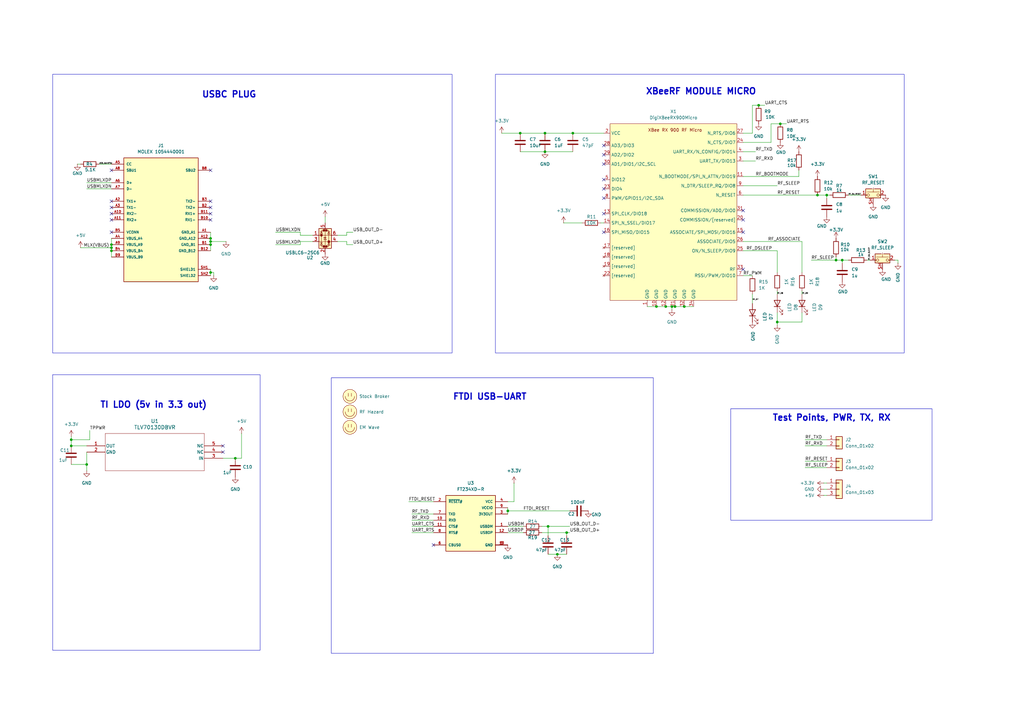
<source format=kicad_sch>
(kicad_sch (version 20250114) (generator "eeschema") (generator_version "9.0")
  (paper "A3")
  (lib_symbols
    (symbol "Connector_Generic:Conn_01x02" (pin_names (offset 1.016) (hide yes))
      (property "Reference" "J" (at 0 2.54 0))
      (property "Value" "Conn_01x02" (at 0 -5.08 0))
      (symbol "Conn_01x02_1_1"
        (rectangle (start -1.27 1.27) (end 1.27 -3.81) (stroke (width 0.254)) (fill (type background)))
        (rectangle (start -1.27 0.127) (end 0 -0.127) (stroke (width 0.1524)))
        (rectangle (start -1.27 -2.413) (end 0 -2.667) (stroke (width 0.1524)))
        (pin passive line (at -5.08 0 0) (length 3.81) (name "Pin_1") (number "1"))
        (pin passive line (at -5.08 -2.54 0) (length 3.81) (name "Pin_2") (number "2"))
      )
    )
    (symbol "Connector_Generic:Conn_01x03" (pin_names (offset 1.016) (hide yes))
      (property "Reference" "J" (at 0 5.08 0))
      (property "Value" "Conn_01x03" (at 0 -5.08 0))
      (symbol "Conn_01x03_1_1"
        (rectangle (start -1.27 3.81) (end 1.27 -3.81) (stroke (width 0.254)) (fill (type background)))
        (rectangle (start -1.27 2.667) (end 0 2.413) (stroke (width 0.1524)))
        (rectangle (start -1.27 0.127) (end 0 -0.127) (stroke (width 0.1524)))
        (rectangle (start -1.27 -2.413) (end 0 -2.667) (stroke (width 0.1524)))
        (pin passive line (at -5.08 2.54 0) (length 3.81) (name "Pin_1") (number "1"))
        (pin passive line (at -5.08 0 0) (length 3.81) (name "Pin_2") (number "2"))
        (pin passive line (at -5.08 -2.54 0) (length 3.81) (name "Pin_3") (number "3"))
      )
    )
    (symbol "Device:C" (pin_numbers (hide yes)) (pin_names (offset 0.254))
      (property "Reference" "C" (at 0.635 2.54 0))
      (property "Value" "C" (at 0.635 -2.54 0))
      (symbol "C_0_1"
        (polyline (pts (xy -2.032 0.762) (xy 2.032 0.762)) (stroke (width 0.508)))
        (polyline (pts (xy -2.032 -0.762) (xy 2.032 -0.762)) (stroke (width 0.508)))
      )
      (symbol "C_1_1"
        (pin passive line (at 0 3.81 270) (length 2.794) (name "~") (number "1"))
        (pin passive line (at 0 -3.81 90) (length 2.794) (name "~") (number "2"))
      )
    )
    (symbol "Device:LED" (pin_numbers (hide yes)) (pin_names (offset 1.016) (hide yes))
      (property "Reference" "D" (at 0 2.54 0))
      (property "Value" "LED" (at 0 -2.54 0))
      (symbol "LED_0_1"
        (polyline (pts (xy -3.048 -0.762) (xy -4.572 -2.286) (xy -3.81 -2.286) (xy -4.572 -2.286) (xy -4.572 -1.524)))
        (polyline (pts (xy -1.778 -0.762) (xy -3.302 -2.286) (xy -2.54 -2.286) (xy -3.302 -2.286) (xy -3.302 -1.524)))
        (polyline (pts (xy -1.27 0) (xy 1.27 0)))
        (polyline (pts (xy -1.27 -1.27) (xy -1.27 1.27)) (stroke (width 0.254)))
        (polyline (pts (xy 1.27 -1.27) (xy 1.27 1.27) (xy -1.27 0) (xy 1.27 -1.27)) (stroke (width 0.254)))
      )
      (symbol "LED_1_1"
        (pin passive line (at -3.81 0 0) (length 2.54) (name "K") (number "1"))
        (pin passive line (at 3.81 0 180) (length 2.54) (name "A") (number "2"))
      )
    )
    (symbol "Device:R" (pin_numbers (hide yes)) (pin_names (offset 0))
      (property "Reference" "R" (at 2.032 0 90))
      (property "Value" "R" (at 0 0 90))
      (symbol "R_0_1"
        (rectangle (start -1.016 -2.54) (end 1.016 2.54) (stroke (width 0.254)))
      )
      (symbol "R_1_1"
        (pin passive line (at 0 3.81 270) (length 1.27) (name "~") (number "1"))
        (pin passive line (at 0 -3.81 90) (length 1.27) (name "~") (number "2"))
      )
    )
    (symbol "FTDIBridge:FT234XD-R" (pin_names (offset 1.016))
      (property "Reference" "U" (at -10.16 13.97 0))
      (property "Value" "FT234XD-R" (at -10.16 -11.43 0))
      (symbol "FT234XD-R_0_0"
        (rectangle (start -10.16 -10.16) (end 10.16 12.7) (stroke (width 0.254)) (fill (type background)))
        (pin input line (at -15.24 10.16 0) (length 5.08) (name "~{RESET}#") (number "2"))
        (pin output line (at -15.24 5.08 0) (length 5.08) (name "TXD") (number "7"))
        (pin input line (at -15.24 2.54 0) (length 5.08) (name "RXD") (number "10"))
        (pin input line (at -15.24 0 0) (length 5.08) (name "CTS#") (number "11"))
        (pin output line (at -15.24 -2.54 0) (length 5.08) (name "RTS#") (number "8"))
        (pin bidirectional line (at -15.24 -7.62 0) (length 5.08) (name "CBUS0") (number "6"))
        (pin power_in line (at 15.24 10.16 180) (length 5.08) (name "VCC") (number "4"))
        (pin power_in line (at 15.24 7.62 180) (length 5.08) (name "VCCIO") (number "9"))
        (pin output line (at 15.24 5.08 180) (length 5.08) (name "3V3OUT") (number "3"))
        (pin bidirectional line (at 15.24 0 180) (length 5.08) (name "USBDM") (number "1"))
        (pin bidirectional line (at 15.24 -2.54 180) (length 5.08) (name "USBDP") (number "12"))
        (pin power_in line (at 15.24 -7.62 180) (length 5.08) (name "GND") (number "13"))
        (pin power_in line (at 15.24 -7.62 180) (length 5.08) (name "GND") (number "5"))
      )
    )
    (symbol "FinalLDO:TLV70130DBVR" (pin_names (offset 0.254))
      (property "Reference" "U" (at 27.94 10.16 0))
      (property "Value" "TLV70130DBVR" (at 27.94 7.62 0))
      (symbol "TLV70130DBVR_0_1"
        (polyline (pts (xy 7.62 5.08) (xy 7.62 -10.16)) (stroke (width 0.127)))
        (polyline (pts (xy 7.62 -10.16) (xy 48.26 -10.16)) (stroke (width 0.127)))
        (polyline (pts (xy 48.26 5.08) (xy 7.62 5.08)) (stroke (width 0.127)))
        (polyline (pts (xy 48.26 -10.16) (xy 48.26 5.08)) (stroke (width 0.127)))
        (pin output line (at 0 0 0) (length 7.62) (name "OUT") (number "1"))
        (pin power_in line (at 0 -2.54 0) (length 7.62) (name "GND") (number "2"))
        (pin unspecified line (at 55.88 0 180) (length 7.62) (name "NC") (number "5"))
        (pin unspecified line (at 55.88 -2.54 180) (length 7.62) (name "NC") (number "4"))
        (pin input line (at 55.88 -5.08 180) (length 7.62) (name "IN") (number "3"))
      )
    )
    (symbol "Molex USBC:1054440001" (pin_names (offset 1.016))
      (property "Reference" "J" (at -15.24 26.162 0))
      (property "Value" "1054440001" (at -15.24 -27.94 0))
      (symbol "1054440001_0_0"
        (rectangle (start -15.24 -25.4) (end 15.24 25.4) (stroke (width 0.254)) (fill (type background)))
        (pin bidirectional line (at -20.32 22.86 0) (length 5.08) (name "CC") (number "A5"))
        (pin bidirectional line (at -20.32 20.32 0) (length 5.08) (name "SBU1") (number "A8"))
        (pin bidirectional line (at -20.32 15.24 0) (length 5.08) (name "D+") (number "A6"))
        (pin bidirectional line (at -20.32 12.7 0) (length 5.08) (name "D-") (number "A7"))
        (pin bidirectional line (at -20.32 7.62 0) (length 5.08) (name "TX1+") (number "A2"))
        (pin bidirectional line (at -20.32 5.08 0) (length 5.08) (name "TX1-") (number "A3"))
        (pin bidirectional line (at -20.32 2.54 0) (length 5.08) (name "RX2-") (number "A10"))
        (pin bidirectional line (at -20.32 0 0) (length 5.08) (name "RX2+") (number "A11"))
        (pin power_in line (at -20.32 -5.08 0) (length 5.08) (name "VCONN") (number "B5"))
        (pin power_in line (at -20.32 -7.62 0) (length 5.08) (name "VBUS_A4") (number "A4"))
        (pin power_in line (at -20.32 -10.16 0) (length 5.08) (name "VBUS_A9") (number "A9"))
        (pin power_in line (at -20.32 -12.7 0) (length 5.08) (name "VBUS_B4") (number "B4"))
        (pin power_in line (at -20.32 -15.24 0) (length 5.08) (name "VBUS_B9") (number "B9"))
        (pin bidirectional line (at 20.32 20.32 180) (length 5.08) (name "SBU2") (number "B8"))
        (pin bidirectional line (at 20.32 7.62 180) (length 5.08) (name "TX2-") (number "B3"))
        (pin bidirectional line (at 20.32 5.08 180) (length 5.08) (name "TX2+") (number "B2"))
        (pin bidirectional line (at 20.32 2.54 180) (length 5.08) (name "RX1+") (number "B11"))
        (pin bidirectional line (at 20.32 0 180) (length 5.08) (name "RX1-") (number "B10"))
        (pin power_in line (at 20.32 -5.08 180) (length 5.08) (name "GND_A1") (number "A1"))
        (pin power_in line (at 20.32 -7.62 180) (length 5.08) (name "GND_A12") (number "A12"))
        (pin power_in line (at 20.32 -10.16 180) (length 5.08) (name "GND_B1") (number "B1"))
        (pin power_in line (at 20.32 -12.7 180) (length 5.08) (name "GND_B12") (number "B12"))
        (pin passive line (at 20.32 -20.32 180) (length 5.08) (name "SHIELD1") (number "SH1"))
        (pin passive line (at 20.32 -22.86 180) (length 5.08) (name "SHIELD2") (number "SH2"))
      )
    )
    (symbol "Power_Protection:USBLC6-2SC6" (pin_names (hide yes))
      (property "Reference" "U" (at 0.635 5.715 0))
      (property "Value" "USBLC6-2SC6" (at 0.635 3.81 0))
      (symbol "USBLC6-2SC6_0_0"
        (circle (center -1.524 0) (radius 0.0001) (stroke (width 0.508)))
        (circle (center -0.508 2.032) (radius 0.0001) (stroke (width 0.508)))
        (circle (center -0.508 -4.572) (radius 0.0001) (stroke (width 0.508)))
        (circle (center 0.508 2.032) (radius 0.0001) (stroke (width 0.508)))
        (circle (center 0.508 -4.572) (radius 0.0001) (stroke (width 0.508)))
        (circle (center 1.524 -2.54) (radius 0.0001) (stroke (width 0.508)))
      )
      (symbol "USBLC6-2SC6_0_1"
        (polyline (pts (xy -2.54 0) (xy 2.54 0)))
        (polyline (pts (xy -2.54 -2.54) (xy 2.54 -2.54)))
        (polyline (pts (xy -2.032 0.508) (xy -1.016 0.508) (xy -1.524 1.524) (xy -2.032 0.508)))
        (polyline (pts (xy -2.032 -3.048) (xy -1.016 -3.048)))
        (polyline (pts (xy -1.016 1.524) (xy -2.032 1.524)))
        (polyline (pts (xy -1.016 -4.064) (xy -2.032 -4.064) (xy -1.524 -3.048) (xy -1.016 -4.064)))
        (polyline (pts (xy -0.508 -1.143) (xy -0.508 -0.762) (xy 0.508 -0.762)))
        (polyline (pts (xy 0 2.54) (xy -0.508 2.032) (xy 0.508 2.032) (xy 0 1.524) (xy 0 -4.064) (xy -0.508 -4.572) (xy 0.508 -4.572) (xy 0 -5.08)))
        (polyline (pts (xy 0.508 -1.778) (xy -0.508 -1.778) (xy 0 -0.762) (xy 0.508 -1.778)))
        (polyline (pts (xy 1.016 1.524) (xy 2.032 1.524)))
        (polyline (pts (xy 1.016 -3.048) (xy 2.032 -3.048)))
        (polyline (pts (xy 2.032 0.508) (xy 1.016 0.508) (xy 1.524 1.524) (xy 2.032 0.508)))
        (polyline (pts (xy 2.032 -4.064) (xy 1.016 -4.064) (xy 1.524 -3.048) (xy 2.032 -4.064)))
      )
      (symbol "USBLC6-2SC6_1_1"
        (rectangle (start -2.54 2.794) (end 2.54 -5.334) (stroke (width 0.254)) (fill (type background)))
        (polyline (pts (xy -0.508 2.032) (xy -1.524 2.032) (xy -1.524 -4.572) (xy -0.508 -4.572)))
        (polyline (pts (xy 0.508 -4.572) (xy 1.524 -4.572) (xy 1.524 2.032) (xy 0.508 2.032)))
        (pin passive line (at -5.08 0 0) (length 2.54) (name "I/O1") (number "1"))
        (pin passive line (at -5.08 -2.54 0) (length 2.54) (name "I/O2") (number "3"))
        (pin passive line (at 0 5.08 270) (length 2.54) (name "VBUS") (number "5"))
        (pin passive line (at 0 -7.62 90) (length 2.54) (name "GND") (number "2"))
        (pin passive line (at 5.08 0 180) (length 2.54) (name "I/O1") (number "6"))
        (pin passive line (at 5.08 -2.54 180) (length 2.54) (name "I/O2") (number "4"))
      )
    )
    (symbol "Switch:CK_KMS2xxG" (pin_names (offset 1.016) (hide yes))
      (property "Reference" "SW" (at 4.318 2.032 0))
      (property "Value" "CK_KMS2xxG" (at 0 4.572 0))
      (symbol "CK_KMS2xxG_0_1"
        (circle (center -2.032 0) (radius 0.508))
        (polyline (pts (xy 0 1.27) (xy 0 3.048)))
        (polyline (pts (xy 0.508 2.54) (xy 3.048 2.54) (xy 3.048 -1.143) (xy -3.048 -1.143) (xy -3.048 2.54) (xy -0.508 2.54)) (stroke (width -0.0254)))
        (polyline (pts (xy 0.508 2.54) (xy 3.048 2.54) (xy 3.048 -1.143) (xy -3.048 -1.143) (xy -3.048 2.54) (xy -0.508 2.54)) (stroke (width 0.254)))
        (circle (center 2.032 0) (radius 0.508))
        (polyline (pts (xy 2.54 1.27) (xy -2.54 1.27)))
        (pin passive line (at -5.08 0 0) (length 2.54) (name "1") (number "1"))
        (pin passive line (at 5.08 0 180) (length 2.54) (name "2") (number "2"))
      )
      (symbol "CK_KMS2xxG_1_1"
        (rectangle (start -3.048 2.54) (end 3.048 -1.27) (stroke (width -0.0254)) (fill (type background)))
        (pin passive line (at 0 -3.81 90) (length 2.54) (name "B") (number "SH"))
      )
    )
    (symbol "power:+3.3V" (power) (pin_numbers (hide yes)) (pin_names (offset 0) (hide yes))
      (property "Value" "+3.3V" (at 0 3.556 0))
      (symbol "+3.3V_0_1"
        (polyline (pts (xy -0.762 1.27) (xy 0 2.54)))
        (polyline (pts (xy 0 2.54) (xy 0.762 1.27)))
        (polyline (pts (xy 0 0) (xy 0 2.54)))
      )
      (symbol "+3.3V_1_1"
        (pin power_in line (at 0 0 90) (length 0) (name "~") (number "1"))
      )
    )
    (symbol "power:+5V" (power) (pin_numbers (hide yes)) (pin_names (offset 0) (hide yes))
      (property "Value" "+5V" (at 0 3.556 0))
      (symbol "+5V_0_1"
        (polyline (pts (xy -0.762 1.27) (xy 0 2.54)))
        (polyline (pts (xy 0 2.54) (xy 0.762 1.27)))
        (polyline (pts (xy 0 0) (xy 0 2.54)))
      )
      (symbol "+5V_1_1"
        (pin power_in line (at 0 0 90) (length 0) (name "~") (number "1"))
      )
    )
    (symbol "power:GND" (power) (pin_numbers (hide yes)) (pin_names (offset 0) (hide yes))
      (property "Value" "GND" (at 0 -3.81 0))
      (symbol "GND_0_1"
        (polyline (pts (xy 0 0) (xy 0 -1.27) (xy 1.27 -1.27) (xy 0 -2.54) (xy -1.27 -1.27) (xy 0 -1.27)))
      )
      (symbol "GND_1_1"
        (pin power_in line (at 0 0 270) (length 0) (name "~") (number "1"))
      )
    )
    (symbol "utsvt-misc:Logo_Placeholder" (pin_names (offset 1.016))
      (property "Value" "Logo_Placeholder" (at 0 3.81 0))
      (symbol "Logo_Placeholder_0_1"
        (polyline (pts (xy -0.635 1.27) (xy -0.635 0)))
        (circle (center 0 0) (radius 2.8448) (fill (type background)))
        (arc (start 1.905 0) (mid 0 -1.905) (end -1.905 0))
        (polyline (pts (xy 0.635 1.27) (xy 0.635 0)))
      )
    )
    (symbol "xBeeRFSymbol:DigiXBeeRX900Micro"
      (property "Reference" "X" (at 0 37.338 0))
      (property "Value" "DigiXBeeRX900Micro" (at -17.272 44.196 0))
      (symbol "DigiXBeeRX900Micro_0_0"
        (pin power_in line (at -29.21 31.75 0) (length 2.54) (name "VCC") (number "2"))
        (pin bidirectional line (at -29.21 26.67 0) (length 2.54) (name "AD3/DIO3") (number "28"))
        (pin bidirectional line (at -29.21 22.86 0) (length 2.54) (name "AD2/DIO2") (number "29"))
        (pin bidirectional line (at -29.21 19.05 0) (length 2.54) (name "AD1/DIO1/I2C_SCL") (number "30"))
        (pin bidirectional line (at -29.21 12.7 0) (length 2.54) (name "DIO12") (number "5"))
        (pin bidirectional line (at -29.21 8.89 0) (length 2.54) (name "DIO4") (number "23"))
        (pin bidirectional line (at -29.21 5.08 0) (length 2.54) (name "PWM/GPIO11/I2C_SDA") (number "8"))
        (pin input line (at -29.21 -1.27 0) (length 2.54) (name "SPI_CLK/DIO18") (number "13"))
        (pin input line (at -29.21 -5.08 0) (length 2.54) (name "SPI_N_SSEL/DIO17") (number "14"))
        (pin output line (at -29.21 -8.89 0) (length 2.54) (name "SPI_MISO/DIO15") (number "16"))
        (pin no_connect line (at -29.21 -15.24 0) (length 2.54) (name "[reserved]") (number "17"))
        (pin no_connect line (at -29.21 -19.05 0) (length 2.54) (name "[reserved]") (number "18"))
        (pin no_connect line (at -29.21 -22.86 0) (length 2.54) (name "[reserved]") (number "19"))
        (pin no_connect line (at -29.21 -26.67 0) (length 2.54) (name "[reserved]") (number "22"))
        (pin power_in line (at -11.43 -39.37 90) (length 2.54) (name "GND") (number "1"))
        (pin power_in line (at -7.62 -39.37 90) (length 2.54) (name "GND") (number "10"))
        (pin power_in line (at -3.81 -39.37 90) (length 2.54) (name "GND") (number "12"))
        (pin power_in line (at 0 -39.37 90) (length 2.54) (name "GND") (number "21"))
        (pin power_in line (at 3.81 -39.37 90) (length 2.54) (name "GND") (number "32"))
        (pin power_in line (at 7.62 -39.37 90) (length 2.54) (name "GND") (number "34"))
        (pin input line (at 27.94 31.75 180) (length 2.54) (name "N_RTS/DIO6") (number "27"))
        (pin output line (at 27.94 27.94 180) (length 2.54) (name "N_CTS/DIO7") (number "24"))
        (pin bidirectional line (at 27.94 24.13 180) (length 2.54) (name "UART_RX/N_CONFIG/DIO14") (number "4"))
        (pin bidirectional line (at 27.94 20.32 180) (length 2.54) (name "UART_TX/DIO13") (number "3"))
        (pin output line (at 27.94 13.97 180) (length 2.54) (name "N_BOOTMODE/SPI_N_ATTN/DIO19") (number "11"))
        (pin bidirectional line (at 27.94 10.16 180) (length 2.54) (name "N_DTR/SLEEP_RQ/DIO8") (number "9"))
        (pin input line (at 27.94 6.35 180) (length 2.54) (name "N_RESET") (number "6"))
        (pin input line (at 27.94 0 180) (length 2.54) (name "COMMISSION/AD0/DIO0") (number "31"))
        (pin input line (at 27.94 -3.81 180) (length 2.54) (name "COMMISSION/[reserved]") (number "20"))
        (pin input line (at 27.94 -8.89 180) (length 2.54) (name "ASSOCIATE/SPI_MOSI/DIO16") (number "15"))
        (pin output line (at 27.94 -12.7 180) (length 2.54) (name "ASSOCIATE/DIO5") (number "26"))
        (pin output line (at 27.94 -16.51 180) (length 2.54) (name "ON/N_SLEEP/DIO9") (number "25"))
        (pin bidirectional line (at 27.94 -24.13 180) (length 2.54) (name "RF") (number "33"))
        (pin bidirectional line (at 27.94 -26.67 180) (length 2.54) (name "RSSI/PWM/DIO10") (number "7"))
      )
      (symbol "DigiXBeeRX900Micro_1_1"
        (polyline (pts (xy -2.54 35.56) (xy 25.4 35.56) (xy 25.4 -36.83) (xy -26.67 -36.83) (xy -26.67 35.56) (xy -2.54 35.56)) (fill (type background)))
        (text "XBee RX 900 RF Micro" (at 0 33.02 0) (effects (font (size 1.27 1.27))))
      )
    )
  )
  (rectangle (start 203.2 30.48) (end 370.84 144.78))
  (rectangle (start 299.72 167.64) (end 382.27 213.36))
  (rectangle (start 21.59 153.67) (end 106.68 266.7))
  (rectangle (start 135.89 154.94) (end 267.97 267.97))
  (rectangle (start 21.59 30.48) (end 185.42 144.78))
  (text "FTDI USB-UART" (at 200.914 162.814 0) (effects (font (size 2.54 2.54) (thickness 0.508) (bold yes))))
  (text "Test Points, PWR, TX, RX" (at 341.122 171.45 0) (effects (font (size 2.54 2.54) (thickness 0.508) (bold yes))))
  (text "TI LDO (5v in 3.3 out)" (at 62.992 166.116 0) (effects (font (size 2.54 2.54) (thickness 0.508) (bold yes))))
  (text "XBeeRF MODULE MICRO" (at 287.528 37.592 0) (effects (font (size 2.54 2.54) (thickness 0.508) (bold yes))))
  (text "USBC PLUG" (at 93.98 38.862 0) (effects (font (size 2.54 2.54) (thickness 0.508) (bold yes))))
  (junction (at 232.41 218.44))
  (junction (at 339.09 80.01))
  (junction (at 311.15 43.18))
  (junction (at 29.21 180.34))
  (junction (at 213.36 54.61))
  (junction (at 234.95 54.61))
  (junction (at 86.36 111.76))
  (junction (at 345.44 106.68))
  (junction (at 29.21 182.88))
  (junction (at 223.52 62.23))
  (junction (at 86.36 100.33))
  (junction (at 275.59 125.73))
  (junction (at 86.36 99.06))
  (junction (at 276.86 125.73))
  (junction (at 223.52 54.61))
  (junction (at 335.28 80.01))
  (junction (at 45.72 102.87))
  (junction (at 86.36 97.79))
  (junction (at 342.9 106.68))
  (junction (at 273.05 125.73))
  (junction (at 96.52 187.96))
  (junction (at 269.24 125.73))
  (junction (at 208.28 209.55))
  (junction (at 280.67 125.73))
  (junction (at 228.6 227.33))
  (junction (at 45.72 101.6))
  (junction (at 318.77 132.08))
  (junction (at 224.79 215.9))
  (junction (at 35.56 190.5))
  (junction (at 45.72 100.33))
  (junction (at 320.04 50.8))
  (no_connect (at 247.65 81.28))
  (no_connect (at 45.72 82.55))
  (no_connect (at 45.72 87.63))
  (no_connect (at 86.36 90.17))
  (no_connect (at 86.36 87.63))
  (no_connect (at 247.65 73.66))
  (no_connect (at 45.72 85.09))
  (no_connect (at 247.65 77.47))
  (no_connect (at 45.72 90.17))
  (no_connect (at 304.8 86.36))
  (no_connect (at 247.65 63.5))
  (no_connect (at 247.65 59.69))
  (no_connect (at 45.72 95.25))
  (no_connect (at 86.36 69.85))
  (no_connect (at 91.44 182.88))
  (no_connect (at 247.65 87.63))
  (no_connect (at 304.8 90.17))
  (no_connect (at 247.65 67.31))
  (no_connect (at 247.65 95.25))
  (no_connect (at 86.36 82.55))
  (no_connect (at 304.8 110.49))
  (no_connect (at 304.8 95.25))
  (no_connect (at 177.8 223.52))
  (no_connect (at 45.72 69.85))
  (no_connect (at 91.44 185.42))
  (no_connect (at 86.36 85.09))
  (wire (pts (xy 133.35 88.9) (xy 133.35 91.44)))
  (wire (pts (xy 45.72 101.6) (xy 45.72 102.87)))
  (wire (pts (xy 320.04 50.8) (xy 322.58 50.8)))
  (wire (pts (xy 337.82 200.66) (xy 339.09 200.66)))
  (wire (pts (xy 304.8 76.2) (xy 318.77 76.2)))
  (wire (pts (xy 330.2 180.34) (xy 339.09 180.34)))
  (wire (pts (xy 167.64 205.74) (xy 177.8 205.74)))
  (wire (pts (xy 318.77 133.35) (xy 318.77 132.08)))
  (wire (pts (xy 123.19 99.06) (xy 128.27 99.06)))
  (wire (pts (xy 35.56 193.04) (xy 35.56 190.5)))
  (wire (pts (xy 328.93 119.38) (xy 328.93 120.65)))
  (wire (pts (xy 86.36 99.06) (xy 92.71 99.06)))
  (wire (pts (xy 318.77 102.87) (xy 318.77 111.76)))
  (wire (pts (xy 86.36 111.76) (xy 87.63 111.76)))
  (wire (pts (xy 337.82 198.12) (xy 339.09 198.12)))
  (wire (pts (xy 29.21 180.34) (xy 29.21 182.88)))
  (wire (pts (xy 234.95 54.61) (xy 247.65 54.61)))
  (wire (pts (xy 342.9 105.41) (xy 342.9 106.68)))
  (wire (pts (xy 142.24 96.52) (xy 142.24 95.25)))
  (wire (pts (xy 345.44 106.68) (xy 345.44 107.95)))
  (wire (pts (xy 304.8 66.04) (xy 309.88 66.04)))
  (wire (pts (xy 29.21 180.34) (xy 36.83 180.34)))
  (wire (pts (xy 168.91 215.9) (xy 177.8 215.9)))
  (wire (pts (xy 224.79 227.33) (xy 228.6 227.33)))
  (wire (pts (xy 328.93 99.06) (xy 328.93 111.76)))
  (wire (pts (xy 205.74 54.61) (xy 213.36 54.61)))
  (wire (pts (xy 228.6 227.33) (xy 232.41 227.33)))
  (wire (pts (xy 223.52 54.61) (xy 234.95 54.61)))
  (wire (pts (xy 232.41 218.44) (xy 233.68 218.44)))
  (wire (pts (xy 316.23 50.8) (xy 316.23 58.42)))
  (wire (pts (xy 208.28 218.44) (xy 214.63 218.44)))
  (wire (pts (xy 345.44 106.68) (xy 347.98 106.68)))
  (wire (pts (xy 208.28 205.74) (xy 210.82 205.74)))
  (wire (pts (xy 246.38 91.44) (xy 247.65 91.44)))
  (wire (pts (xy 304.8 113.03) (xy 308.61 113.03)))
  (wire (pts (xy 86.36 111.76) (xy 86.36 113.03)))
  (wire (pts (xy 327.66 69.85) (xy 327.66 72.39)))
  (wire (pts (xy 142.24 100.33) (xy 142.24 99.06)))
  (wire (pts (xy 308.61 54.61) (xy 304.8 54.61)))
  (wire (pts (xy 113.03 100.33) (xy 123.19 100.33)))
  (wire (pts (xy 87.63 111.76) (xy 87.63 113.03)))
  (wire (pts (xy 123.19 100.33) (xy 123.19 99.06)))
  (wire (pts (xy 330.2 189.23) (xy 339.09 189.23)))
  (wire (pts (xy 113.03 95.25) (xy 123.19 95.25)))
  (wire (pts (xy 40.64 67.31) (xy 45.72 67.31)))
  (wire (pts (xy 142.24 99.06) (xy 138.43 99.06)))
  (wire (pts (xy 308.61 120.65) (xy 308.61 124.46)))
  (wire (pts (xy 275.59 125.73) (xy 275.59 127)))
  (wire (pts (xy 367.03 106.68) (xy 368.3 106.68)))
  (wire (pts (xy 330.2 191.77) (xy 339.09 191.77)))
  (wire (pts (xy 86.36 99.06) (xy 86.36 100.33)))
  (wire (pts (xy 29.21 190.5) (xy 35.56 190.5)))
  (wire (pts (xy 208.28 208.28) (xy 208.28 209.55)))
  (wire (pts (xy 368.3 107.95) (xy 368.3 106.68)))
  (wire (pts (xy 222.25 218.44) (xy 232.41 218.44)))
  (wire (pts (xy 138.43 96.52) (xy 142.24 96.52)))
  (wire (pts (xy 304.8 80.01) (xy 335.28 80.01)))
  (wire (pts (xy 339.09 80.01) (xy 339.09 81.28)))
  (wire (pts (xy 123.19 96.52) (xy 128.27 96.52)))
  (wire (pts (xy 168.91 210.82) (xy 177.8 210.82)))
  (wire (pts (xy 304.8 99.06) (xy 328.93 99.06)))
  (wire (pts (xy 318.77 132.08) (xy 328.93 132.08)))
  (wire (pts (xy 330.2 182.88) (xy 339.09 182.88)))
  (wire (pts (xy 45.72 97.79) (xy 45.72 100.33)))
  (wire (pts (xy 45.72 102.87) (xy 45.72 105.41)))
  (wire (pts (xy 231.14 91.44) (xy 238.76 91.44)))
  (wire (pts (xy 304.8 72.39) (xy 327.66 72.39)))
  (wire (pts (xy 308.61 43.18) (xy 308.61 54.61)))
  (wire (pts (xy 347.98 80.01) (xy 353.06 80.01)))
  (wire (pts (xy 269.24 125.73) (xy 273.05 125.73)))
  (wire (pts (xy 123.19 95.25) (xy 123.19 96.52)))
  (wire (pts (xy 224.79 215.9) (xy 224.79 219.71)))
  (wire (pts (xy 35.56 185.42) (xy 35.56 190.5)))
  (wire (pts (xy 311.15 43.18) (xy 313.69 43.18)))
  (wire (pts (xy 316.23 58.42) (xy 304.8 58.42)))
  (wire (pts (xy 265.43 125.73) (xy 269.24 125.73)))
  (wire (pts (xy 86.36 95.25) (xy 86.36 97.79)))
  (wire (pts (xy 210.82 198.12) (xy 210.82 205.74)))
  (wire (pts (xy 232.41 218.44) (xy 232.41 219.71)))
  (wire (pts (xy 276.86 125.73) (xy 280.67 125.73)))
  (wire (pts (xy 86.36 100.33) (xy 86.36 102.87)))
  (wire (pts (xy 86.36 97.79) (xy 86.36 99.06)))
  (wire (pts (xy 356.87 106.68) (xy 355.6 106.68)))
  (wire (pts (xy 142.24 100.33) (xy 144.78 100.33)))
  (wire (pts (xy 86.36 110.49) (xy 86.36 111.76)))
  (wire (pts (xy 308.61 43.18) (xy 311.15 43.18)))
  (wire (pts (xy 342.9 106.68) (xy 345.44 106.68)))
  (wire (pts (xy 91.44 187.96) (xy 96.52 187.96)))
  (wire (pts (xy 304.8 102.87) (xy 318.77 102.87)))
  (wire (pts (xy 223.52 62.23) (xy 234.95 62.23)))
  (wire (pts (xy 318.77 119.38) (xy 318.77 120.65)))
  (wire (pts (xy 316.23 50.8) (xy 320.04 50.8)))
  (wire (pts (xy 29.21 182.88) (xy 35.56 182.88)))
  (wire (pts (xy 168.91 218.44) (xy 177.8 218.44)))
  (wire (pts (xy 29.21 179.07) (xy 29.21 180.34)))
  (wire (pts (xy 31.75 67.31) (xy 33.02 67.31)))
  (wire (pts (xy 224.79 215.9) (xy 233.68 215.9)))
  (wire (pts (xy 222.25 215.9) (xy 224.79 215.9)))
  (wire (pts (xy 33.02 101.6) (xy 45.72 101.6)))
  (wire (pts (xy 96.52 187.96) (xy 99.06 187.96)))
  (wire (pts (xy 335.28 80.01) (xy 339.09 80.01)))
  (wire (pts (xy 304.8 62.23) (xy 309.88 62.23)))
  (wire (pts (xy 213.36 54.61) (xy 223.52 54.61)))
  (wire (pts (xy 142.24 95.25) (xy 144.78 95.25)))
  (wire (pts (xy 208.28 209.55) (xy 208.28 210.82)))
  (wire (pts (xy 168.91 213.36) (xy 177.8 213.36)))
  (wire (pts (xy 275.59 125.73) (xy 276.86 125.73)))
  (wire (pts (xy 337.82 203.2) (xy 339.09 203.2)))
  (wire (pts (xy 208.28 209.55) (xy 233.68 209.55)))
  (wire (pts (xy 280.67 125.73) (xy 284.48 125.73)))
  (wire (pts (xy 208.28 215.9) (xy 214.63 215.9)))
  (wire (pts (xy 99.06 177.8) (xy 99.06 187.96)))
  (wire (pts (xy 213.36 62.23) (xy 223.52 62.23)))
  (wire (pts (xy 36.83 176.53) (xy 36.83 180.34)))
  (wire (pts (xy 35.56 77.47) (xy 45.72 77.47)))
  (wire (pts (xy 318.77 132.08) (xy 318.77 128.27)))
  (wire (pts (xy 45.72 100.33) (xy 45.72 101.6)))
  (wire (pts (xy 332.74 106.68) (xy 342.9 106.68)))
  (wire (pts (xy 328.93 132.08) (xy 328.93 128.27)))
  (wire (pts (xy 339.09 80.01) (xy 340.36 80.01)))
  (wire (pts (xy 35.56 74.93) (xy 45.72 74.93)))
  (wire (pts (xy 273.05 125.73) (xy 275.59 125.73)))
  (label "USBDM" (at 208.28 215.9 0))
  (label "RF_TXD" (at 309.88 62.23 0))
  (label "RF_TXD" (at 168.91 210.82 0))
  (label "RF_TXD" (at 330.2 180.34 0))
  (label "UART_RTS" (at 322.58 50.8 0))
  (label "RF_SW_SLEEP" (at 356.87 106.68 90) (effects (font (size 0.508 0.508))))
  (label "USB_Identifier" (at 40.64 67.31 0) (effects (font (size 0.508 0.508))))
  (label "RF_SLEEP" (at 330.2 191.77 0))
  (label "USB_OUT_D+" (at 144.78 100.33 0))
  (label "RF_D9" (at 328.93 120.65 0) (effects (font (size 0.508 0.508))))
  (label "FTDI_RESET" (at 214.63 209.55 0))
  (label "UART_CTS" (at 168.91 215.9 0))
  (label "USBMLXDP" (at 35.56 74.93 0))
  (label "RF_PWM" (at 304.8 113.03 0))
  (label "RF_SLEEP" (at 332.74 106.68 0))
  (label "USB_OUT_D-" (at 233.68 215.9 0))
  (label "UART_CTS" (at 313.69 43.18 0))
  (label "USB_OUT_D-" (at 144.78 95.25 0))
  (label "USBDP" (at 208.28 218.44 0))
  (label "RF_RESET" (at 330.2 189.23 0))
  (label "RF_RXD" (at 330.2 182.88 0))
  (label "USB_OUT_D+" (at 233.68 218.44 0))
  (label "RF_D7" (at 308.61 123.19 0) (effects (font (size 0.508 0.508))))
  (label "RF_RESET" (at 318.77 80.01 0))
  (label "FTDI_RESET" (at 167.64 205.74 0))
  (label "TPPWR" (at 36.83 176.53 0))
  (label "RF_SW_RESET" (at 347.98 80.01 0) (effects (font (size 0.508 0.508))))
  (label "RF_RXD" (at 309.88 66.04 0))
  (label "RF_SLEEP" (at 318.77 76.2 0))
  (label "RF_BOOTMODE" (at 309.88 72.39 0))
  (label "MLX(VBUS)" (at 34.29 101.6 0))
  (label "RF_DSLEEP" (at 306.07 102.87 0))
  (label "USBMLXDN" (at 113.03 95.25 0))
  (label "USBMLXDN" (at 35.56 77.47 0))
  (label "USBMLXDP" (at 113.03 100.33 0))
  (label "RF_D8" (at 318.77 120.65 0) (effects (font (size 0.508 0.508))))
  (label "RF_ASSOCIATE" (at 314.96 99.06 0))
  (label "RF_RXD" (at 168.91 213.36 0))
  (label "UART_RTS" (at 168.91 218.44 0))
  (symbol (lib_id "Device:R") (at 36.83 67.31 270) (unit 1)
    (property "Reference" "R4" (at 35.306 67.31 90) (effects (justify left)))
    (property "Value" "5.1K" (at 34.798 69.596 90) (effects (justify left)))
    (property "Footprint" "Resistor_SMD:R_0805_2012Metric" (effects (hide yes)))
    (property "Description" "Resistor" (effects (hide yes)))
  )
  (symbol (lib_id "power:GND") (at 228.6 227.33 0) (unit 1)
    (property "Reference" "#PWR018" (effects (hide yes)))
    (property "Value" "GND" (at 228.6 232.41 0))
    (property "Description" "Power symbol creates a global label with name \"GND\" , ground" (effects (hide yes)))
  )
  (symbol (lib_id "power:GND") (at 318.77 133.35 0) (unit 1)
    (property "Reference" "#PWR025" (effects (hide yes)))
    (property "Value" "GND" (at 318.7701 137.16 90) (effects (justify right)))
    (property "Description" "Power symbol creates a global label with name \"GND\" , ground" (effects (hide yes)))
  )
  (symbol (lib_id "power:+3.3V") (at 342.9 97.79 0) (unit 1)
    (property "Reference" "#PWR030" (effects (hide yes)))
    (property "Value" "+3.3V" (at 342.9 94.234 0))
    (property "Description" "Power symbol creates a global label with name \"+3.3V\"" (effects (hide yes)))
  )
  (symbol (lib_id "power:+3.3V") (at 335.28 72.39 0) (unit 1)
    (property "Reference" "#PWR010" (effects (hide yes)))
    (property "Value" "+3.3V" (at 335.28 67.31 0))
    (property "Description" "Power symbol creates a global label with name \"+3.3V\"" (effects (hide yes)))
  )
  (symbol (lib_id "Device:R") (at 351.79 106.68 90) (unit 1)
    (property "Reference" "R13" (at 353.06 102.616 90))
    (property "Value" "1k" (at 353.06 104.394 90))
    (property "Footprint" "Resistor_SMD:R_0805_2012Metric" (effects (hide yes)))
    (property "Description" "NRSET Pull Up" (effects (hide yes)))
    (property "Mouser Part Number" "71-CRCW08051K00FKEAC" (effects (hide yes)))
    (property "Link" "https://www.mouser.com/ProductDetail/Vishay-Dale/CRCW08051K00FKEAC?qs=CZ6xfwOSLTXmQIgaYvN%2FBA%3D%3D&utm_id=8791529225&gad_source=1&gclid=CjwKCAiAhP67BhAVEiwA2E_9g5nGjZLAmTH7WDE3r5fiVtQx2xy1kMlfHgZJiGjKp7E_lflLsUiKMxoChNQQAvD_BwE" (effects (hide yes)))
    (property "P/N" "CRCW08051K00FKEAC" (effects (hide yes)))
  )
  (symbol (lib_id "power:+5V") (at 337.82 203.2 90) (unit 1)
    (property "Reference" "#PWR016" (effects (hide yes)))
    (property "Value" "+5V" (at 334.01 203.1999 90) (effects (justify left)))
    (property "Description" "Power symbol creates a global label with name \"+5V\"" (effects (hide yes)))
  )
  (symbol (lib_id "power:GND") (at 87.63 113.03 0) (unit 1)
    (property "Reference" "#PWR034" (effects (hide yes)))
    (property "Value" "GND" (at 87.63 118.11 0))
    (property "Description" "Power symbol creates a global label with name \"GND\" , ground" (effects (hide yes)))
  )
  (symbol (lib_id "power:GND") (at 320.04 58.42 0) (unit 1)
    (property "Reference" "#PWR023" (effects (hide yes)))
    (property "Value" "GND" (at 320.294 62.484 0))
    (property "Description" "Power symbol creates a global label with name \"GND\" , ground" (effects (hide yes)))
  )
  (symbol (lib_id "FinalLDO:TLV70130DBVR") (at 35.56 182.88 0) (unit 1)
    (property "Reference" "U1" (at 63.5 172.72 0) (effects (font (size 1.524 1.524))))
    (property "Value" "TLV70130DBVR" (at 63.5 175.26 0) (effects (font (size 1.524 1.524))))
    (property "Footprint" "rfReciever-Footprints:DBV5" (effects (hide yes)))
    (property "Datasheet" "https://www.ti.com/lit/ds/symlink/tlv702.pdf?HQS=dis-dk-null-digikeymode-dsf-pf-null-wwe&ts=1747493620098&ref_url=https%253A%252F%252Fwww.ti.com%252Fgeneral%252Fdocs%252Fsuppproductinfo.tsp%253FdistId%253D10%2526gotoUrl%253Dhttps%253A%252F%252Fwww.ti.com%252Flit%252Fgpn%252Ftlv702" (effects (hide yes)))
  )
  (symbol (lib_id "Device:R") (at 218.44 218.44 90) (unit 1)
    (property "Reference" "R19" (at 218.44 220.472 90))
    (property "Value" "27" (at 218.186 218.44 90))
    (property "Footprint" "Resistor_SMD:R_0805_2012Metric" (effects (hide yes)))
    (property "Description" "Resistor" (effects (hide yes)))
  )
  (symbol (lib_id "Device:R") (at 344.17 80.01 90) (unit 1)
    (property "Reference" "R7" (at 344.17 76.2 90))
    (property "Value" "1k" (at 344.17 77.978 90))
    (property "Footprint" "Resistor_SMD:R_0805_2012Metric" (effects (hide yes)))
    (property "Description" "NRSET Pull Up" (effects (hide yes)))
    (property "Mouser Part Number" "71-CRCW08051K00FKEAC" (effects (hide yes)))
    (property "Link" "https://www.mouser.com/ProductDetail/Vishay-Dale/CRCW08051K00FKEAC?qs=CZ6xfwOSLTXmQIgaYvN%2FBA%3D%3D&utm_id=8791529225&gad_source=1&gclid=CjwKCAiAhP67BhAVEiwA2E_9g5nGjZLAmTH7WDE3r5fiVtQx2xy1kMlfHgZJiGjKp7E_lflLsUiKMxoChNQQAvD_BwE" (effects (hide yes)))
    (property "P/N" "CRCW08051K00FKEAC" (effects (hide yes)))
  )
  (symbol (lib_id "FTDIBridge:FT234XD-R") (at 193.04 215.9 0) (unit 1)
    (property "Reference" "U3" (at 193.04 198.12 0))
    (property "Value" "FT234XD-R" (at 193.04 200.66 0))
    (property "Footprint" "rfReciever-Footprints:SON45P300X300X80-13N" (effects (hide yes)))
    (property "Datasheet" "https://www.ftdichip.com/Support/Documents/DataSheets/ICs/DS_FT234XD.pdf" (effects (hide yes)))
    (property "MF" "FTDI," (effects (hide yes)))
    (property "MAXIMUM_PACKAGE_HEIGHT" "0.8mm" (effects (hide yes)))
    (property "Package" "DFN-12 FTDI" (effects (hide yes)))
    (property "Price" "None" (effects (hide yes)))
    (property "Check_prices" "https://www.snapeda.com/parts/FT234XD-R/FTDI/view-part/?ref=eda" (effects (hide yes)))
    (property "STANDARD" "IPC-7351B" (effects (hide yes)))
    (property "PARTREV" "Version 1.2" (effects (hide yes)))
    (property "SnapEDA_Link" "https://www.snapeda.com/parts/FT234XD-R/FTDI/view-part/?ref=snap" (effects (hide yes)))
    (property "MP" "FT234XD-R" (effects (hide yes)))
    (property "Description_1" "\n                        \n                            USB Bridge, USB to UART USB 2.0 UART Interface 12-DFN (3x3)\n                        \n" (effects (hide yes)))
    (property "Availability" "In Stock" (effects (hide yes)))
    (property "MANUFACTURER" "FTDI" (effects (hide yes)))
  )
  (symbol (lib_id "power:GND") (at 308.61 132.08 0) (unit 1)
    (property "Reference" "#PWR024" (effects (hide yes)))
    (property "Value" "GND" (at 308.864 135.89 90) (effects (justify right)))
    (property "Description" "Power symbol creates a global label with name \"GND\" , ground" (effects (hide yes)))
  )
  (symbol (lib_id "power:GND") (at 339.09 88.9 0) (unit 1)
    (property "Reference" "#PWR01" (effects (hide yes)))
    (property "Value" "GND" (at 339.0901 92.71 0) (effects (justify right)))
    (property "Description" "Power symbol creates a global label with name \"GND\" , ground" (effects (hide yes)))
  )
  (symbol (lib_id "Device:C") (at 29.21 186.69 0) (unit 1)
    (property "Reference" "C11" (at 24.638 184.658 0) (effects (justify left)))
    (property "Value" "1uF" (at 24.13 188.722 0) (effects (justify left)))
    (property "Footprint" "Capacitor_SMD:C_0805_2012Metric" (effects (hide yes)))
    (property "Description" "Unpolarized capacitor" (effects (hide yes)))
  )
  (symbol (lib_id "power:GND") (at 311.15 50.8 0) (unit 1)
    (property "Reference" "#PWR021" (effects (hide yes)))
    (property "Value" "GND" (at 311.15 55.88 0))
    (property "Description" "Power symbol creates a global label with name \"GND\" , ground" (effects (hide yes)))
  )
  (symbol (lib_id "Device:C") (at 96.52 191.77 0) (unit 1)
    (property "Reference" "C10" (at 99.568 191.516 0) (effects (justify left)))
    (property "Value" "1uF" (at 91.44 193.802 0) (effects (justify left)))
    (property "Footprint" "Capacitor_SMD:C_0805_2012Metric" (effects (hide yes)))
    (property "Description" "Unpolarized capacitor" (effects (hide yes)))
  )
  (symbol (lib_id "power:GND") (at 363.22 80.01 0) (unit 1)
    (property "Reference" "#PWR05" (effects (hide yes)))
    (property "Value" "GND" (at 363.22 85.09 0))
    (property "Description" "Power symbol creates a global label with name \"GND\" , ground" (effects (hide yes)))
  )
  (symbol (lib_id "Device:C") (at 223.52 58.42 0) (unit 1)
    (property "Reference" "C6" (at 227.33 57.1499 0) (effects (justify left)))
    (property "Value" "1uF" (at 227.33 59.6899 0) (effects (justify left)))
    (property "Footprint" "Capacitor_SMD:C_0805_2012Metric" (effects (hide yes)))
    (property "Description" "Unpolarized capacitor" (effects (hide yes)))
  )
  (symbol (lib_id "power:GND") (at 35.56 193.04 0) (unit 1)
    (property "Reference" "#PWR022" (effects (hide yes)))
    (property "Value" "GND" (at 35.56 198.12 0))
    (property "Description" "Power symbol creates a global label with name \"GND\" , ground" (effects (hide yes)))
  )
  (symbol (lib_id "Device:R") (at 218.44 215.9 90) (unit 1)
    (property "Reference" "R14" (at 218.44 213.868 90))
    (property "Value" "27" (at 218.44 215.9 90))
    (property "Footprint" "Resistor_SMD:R_0805_2012Metric" (effects (hide yes)))
    (property "Description" "Resistor" (effects (hide yes)))
  )
  (symbol (lib_id "utsvt-misc:Logo_Placeholder") (at 143.51 175.26 0) (unit 1)
    (property "Reference" "LOGO3" (effects (hide yes)))
    (property "Value" "EM Wave" (at 147.32 175.2599 0) (effects (justify left)))
    (property "Footprint" "rfReciever-Footprints:emWave" (effects (hide yes)))
    (property "Description" "Graph footprint placeholder" (effects (hide yes)))
  )
  (symbol (lib_id "utsvt-misc:Logo_Placeholder") (at 143.51 162.56 0) (unit 1)
    (property "Reference" "LOGO1" (effects (hide yes)))
    (property "Value" "Stock Broker" (at 147.32 162.5599 0) (effects (justify left)))
    (property "Footprint" "rfReciever-Footprints:stockBroker" (effects (hide yes)))
    (property "Description" "Graph footprint placeholder" (effects (hide yes)))
  )
  (symbol (lib_id "power:GND") (at 275.59 127 0) (unit 1)
    (property "Reference" "#PWR019" (effects (hide yes)))
    (property "Value" "GND" (at 275.59 132.08 0))
    (property "Description" "Power symbol creates a global label with name \"GND\" , ground" (effects (hide yes)))
  )
  (symbol (lib_id "utsvt-misc:Logo_Placeholder") (at 143.51 168.91 0) (unit 1)
    (property "Reference" "LOGO2" (effects (hide yes)))
    (property "Value" "RF Hazard" (at 147.32 168.9099 0) (effects (justify left)))
    (property "Footprint" "rfReciever-Footprints:RFHazard" (effects (hide yes)))
    (property "Description" "Graph footprint placeholder" (effects (hide yes)))
  )
  (symbol (lib_id "Connector_Generic:Conn_01x02") (at 344.17 180.34 0) (unit 1)
    (property "Reference" "J2" (at 346.71 180.3399 0) (effects (justify left)))
    (property "Value" "Conn_01x02" (at 346.71 182.8799 0) (effects (justify left)))
    (property "Footprint" "Connector_PinHeader_2.00mm:PinHeader_1x02_P2.00mm_Vertical_SMD_Pin1Left" (effects (hide yes)))
    (property "Description" "Generic connector, single row, 01x02, script generated (kicad-library-utils/schlib/autogen/connector/)" (effects (hide yes)))
  )
  (symbol (lib_id "Switch:CK_KMS2xxG") (at 358.14 80.01 0) (unit 1)
    (property "Reference" "SW1" (at 358.14 72.39 0))
    (property "Value" "RF_RESET" (at 358.14 74.93 0))
    (property "Footprint" "Button_Switch_SMD:SW_SPST_CK_KMS2xxGP" (effects (hide yes)))
    (property "Datasheet" "https://www.ckswitches.com/media/1482/kms.pdf" (effects (hide yes)))
    (property "Description" "Microminiature SMT Side Actuated, 4.2 x 2.8 x 1.42mm, without pegs, with shield pin" (effects (hide yes)))
  )
  (symbol (lib_id "Device:C") (at 234.95 58.42 0) (unit 1)
    (property "Reference" "C5" (at 238.76 57.1499 0) (effects (justify left)))
    (property "Value" "47pF" (at 238.76 59.6899 0) (effects (justify left)))
    (property "Footprint" "Capacitor_SMD:C_0805_2012Metric" (effects (hide yes)))
    (property "Description" "Unpolarized capacitor" (effects (hide yes)))
  )
  (symbol (lib_id "power:GND") (at 337.82 200.66 270) (unit 1)
    (property "Reference" "#PWR012" (effects (hide yes)))
    (property "Value" "GND" (at 334.01 200.6599 90) (effects (justify right)))
    (property "Description" "Power symbol creates a global label with name \"GND\" , ground" (effects (hide yes)))
  )
  (symbol (lib_id "Device:R") (at 311.15 46.99 0) (unit 1)
    (property "Reference" "R9" (at 313.436 45.72 0) (effects (justify left)))
    (property "Value" "10K" (at 313.944 48.006 0) (effects (justify left)))
    (property "Footprint" "Resistor_SMD:R_0805_2012Metric" (effects (hide yes)))
    (property "Description" "Resistor" (effects (hide yes)))
  )
  (symbol (lib_id "power:GND") (at 31.75 67.31 0) (unit 1)
    (property "Reference" "#PWR015" (effects (hide yes)))
    (property "Value" "GND" (at 31.75 71.12 0))
    (property "Description" "Power symbol creates a global label with name \"GND\" , ground" (effects (hide yes)))
  )
  (symbol (lib_id "power:+5V") (at 133.35 88.9 0) (unit 1)
    (property "Reference" "#PWR07" (effects (hide yes)))
    (property "Value" "+5V" (at 133.35 83.82 0))
    (property "Description" "Power symbol creates a global label with name \"+5V\"" (effects (hide yes)))
  )
  (symbol (lib_id "power:+5V") (at 33.02 101.6 0) (unit 1)
    (property "Reference" "#PWR04" (effects (hide yes)))
    (property "Value" "+5V" (at 33.02 96.52 0))
    (property "Description" "Power symbol creates a global label with name \"+5V\"" (effects (hide yes)))
  )
  (symbol (lib_id "Device:R") (at 335.28 76.2 0) (unit 1)
    (property "Reference" "R12" (at 337.82 74.9299 0) (effects (justify left)))
    (property "Value" "10k" (at 337.82 77.4699 0) (effects (justify left)))
    (property "Footprint" "Resistor_SMD:R_0805_2012Metric" (effects (hide yes)))
    (property "Description" "Resistor" (effects (hide yes)))
  )
  (symbol (lib_id "Switch:CK_KMS2xxG") (at 361.95 106.68 0) (unit 1)
    (property "Reference" "SW2" (at 361.95 99.06 0))
    (property "Value" "RF_SLEEP" (at 361.95 101.6 0))
    (property "Footprint" "Button_Switch_SMD:SW_SPST_CK_KMS2xxGP" (effects (hide yes)))
    (property "Datasheet" "https://www.ckswitches.com/media/1482/kms.pdf" (effects (hide yes)))
    (property "Description" "Microminiature SMT Side Actuated, 4.2 x 2.8 x 1.42mm, without pegs, with shield pin" (effects (hide yes)))
  )
  (symbol (lib_id "power:GND") (at 208.28 223.52 0) (unit 1)
    (property "Reference" "#PWR036" (effects (hide yes)))
    (property "Value" "GND" (at 208.28 228.6 0))
    (property "Description" "Power symbol creates a global label with name \"GND\" , ground" (effects (hide yes)))
  )
  (symbol (lib_id "power:GND") (at 358.14 83.82 0) (unit 1)
    (property "Reference" "#PWR06" (effects (hide yes)))
    (property "Value" "GND" (at 358.14 88.9 0))
    (property "Description" "Power symbol creates a global label with name \"GND\" , ground" (effects (hide yes)))
  )
  (symbol (lib_id "power:+3.3V") (at 337.82 198.12 90) (unit 1)
    (property "Reference" "#PWR014" (effects (hide yes)))
    (property "Value" "+3.3V" (at 334.01 198.1199 90) (effects (justify left)))
    (property "Description" "Power symbol creates a global label with name \"+3.3V\"" (effects (hide yes)))
  )
  (symbol (lib_id "power:GND") (at 241.3 209.55 0) (unit 1)
    (property "Reference" "#PWR02" (effects (hide yes)))
    (property "Value" "GND" (at 244.602 211.074 0))
    (property "Description" "Power symbol creates a global label with name \"GND\" , ground" (effects (hide yes)))
  )
  (symbol (lib_id "Connector_Generic:Conn_01x03") (at 344.17 200.66 0) (unit 1)
    (property "Reference" "J4" (at 346.71 199.3899 0) (effects (justify left)))
    (property "Value" "Conn_01x03" (at 346.71 201.9299 0) (effects (justify left)))
    (property "Footprint" "Connector_PinHeader_2.54mm:PinHeader_1x03_P2.54mm_Vertical" (effects (hide yes)))
    (property "Description" "Generic connector, single row, 01x03, script generated (kicad-library-utils/schlib/autogen/connector/)" (effects (hide yes)))
  )
  (symbol (lib_id "Device:R") (at 242.57 91.44 90) (unit 1)
    (property "Reference" "R11" (at 242.57 88.9 90))
    (property "Value" "10K" (at 242.57 91.44 90))
    (property "Footprint" "Resistor_SMD:R_0805_2012Metric" (effects (hide yes)))
    (property "Description" "Resistor" (effects (hide yes)))
  )
  (symbol (lib_id "power:GND") (at 92.71 99.06 0) (unit 1)
    (property "Reference" "#PWR035" (effects (hide yes)))
    (property "Value" "GND" (at 92.71 104.14 0))
    (property "Description" "Power symbol creates a global label with name \"GND\" , ground" (effects (hide yes)))
  )
  (symbol (lib_id "power:+5V") (at 99.06 177.8 0) (unit 1)
    (property "Reference" "#PWR013" (effects (hide yes)))
    (property "Value" "+5V" (at 99.06 172.72 0))
    (property "Description" "Power symbol creates a global label with name \"+5V\"" (effects (hide yes)))
  )
  (symbol (lib_id "power:+3.3V") (at 327.66 62.23 0) (unit 1)
    (property "Reference" "#PWR09" (effects (hide yes)))
    (property "Value" "+3.3V" (at 327.66 57.15 0))
    (property "Description" "Power symbol creates a global label with name \"+3.3V\"" (effects (hide yes)))
  )
  (symbol (lib_id "power:+3.3V") (at 29.21 179.07 0) (unit 1)
    (property "Reference" "#PWR020" (effects (hide yes)))
    (property "Value" "+3.3V" (at 29.21 173.99 0))
    (property "Description" "Power symbol creates a global label with name \"+3.3V\"" (effects (hide yes)))
  )
  (symbol (lib_id "xBeeRFSymbol:DigiXBeeRX900Micro") (at 276.86 86.36 0) (unit 1)
    (property "Reference" "X1" (at 276.225 45.72 0))
    (property "Value" "DigiXBeeRX900Micro" (at 276.225 48.26 0))
    (property "Footprint" "rfReciever-Footprints:XBeeXR900RFMicro" (effects (hide yes)))
    (property "Datasheet" "https://fcc.report/FCC-ID/MCQ-XB9XR/7222310.pdf" (effects (hide yes)))
  )
  (symbol (lib_id "power:+3.3V") (at 210.82 198.12 0) (unit 1)
    (property "Reference" "#PWR026" (effects (hide yes)))
    (property "Value" "+3.3V" (at 210.82 193.04 0))
    (property "Description" "Power symbol creates a global label with name \"+3.3V\"" (effects (hide yes)))
  )
  (symbol (lib_id "Power_Protection:USBLC6-2SC6") (at 133.35 96.52 0) (unit 1)
    (property "Reference" "U2" (at 125.73 105.664 0) (effects (justify left)))
    (property "Value" "USBLC6-2SC6" (at 117.094 103.632 0) (effects (justify left)))
    (property "Footprint" "Package_TO_SOT_SMD:SOT-23-6" (effects (hide yes)))
    (property "Datasheet" "https://www.st.com/resource/en/datasheet/usblc6-2.pdf" (effects (hide yes)))
    (property "Description" "Very low capacitance ESD protection diode, 2 data-line, SOT-23-6" (effects (hide yes)))
  )
  (symbol (lib_id "Device:LED") (at 308.61 128.27 90) (unit 1)
    (property "Reference" "D7" (at 316.23 129.8575 0))
    (property "Value" "LED" (at 313.69 129.8575 0))
    (property "Footprint" "LED_SMD:LED_0805_2012Metric" (effects (hide yes)))
    (property "Description" "Light emitting diode" (effects (hide yes)))
  )
  (symbol (lib_id "Device:R") (at 318.77 115.57 0) (unit 1)
    (property "Reference" "R16" (at 325.12 115.57 90))
    (property "Value" "1K" (at 322.58 115.57 90))
    (property "Footprint" "Resistor_SMD:R_0805_2012Metric" (effects (hide yes)))
    (property "Description" "Resistor" (effects (hide yes)))
  )
  (symbol (lib_id "Device:LED") (at 318.77 124.46 90) (unit 1)
    (property "Reference" "D8" (at 326.39 126.0475 0))
    (property "Value" "LED" (at 323.85 126.0475 0))
    (property "Footprint" "LED_SMD:LED_0805_2012Metric" (effects (hide yes)))
    (property "Description" "Light emitting diode" (effects (hide yes)))
  )
  (symbol (lib_id "Device:R") (at 327.66 66.04 0) (unit 1)
    (property "Reference" "R17" (at 322.834 65.786 0) (effects (justify left)))
    (property "Value" "10k" (at 322.834 67.818 0) (effects (justify left)))
    (property "Footprint" "Resistor_SMD:R_0805_2012Metric" (effects (hide yes)))
    (property "Description" "Resistor" (effects (hide yes)))
  )
  (symbol (lib_id "power:GND") (at 96.52 195.58 0) (unit 1)
    (property "Reference" "#PWR017" (effects (hide yes)))
    (property "Value" "GND" (at 96.52 200.66 0))
    (property "Description" "Power symbol creates a global label with name \"GND\" , ground" (effects (hide yes)))
  )
  (symbol (lib_id "Device:R") (at 328.93 115.57 0) (unit 1)
    (property "Reference" "R18" (at 335.28 115.57 90))
    (property "Value" "1K" (at 332.74 115.57 90))
    (property "Footprint" "Resistor_SMD:R_0805_2012Metric" (effects (hide yes)))
    (property "Description" "Resistor" (effects (hide yes)))
  )
  (symbol (lib_id "Device:C") (at 232.41 223.52 0) (unit 1)
    (property "Reference" "C13" (at 229.616 221.488 0) (effects (justify left)))
    (property "Value" "47pF" (at 227.33 225.552 0) (effects (justify left)))
    (property "Footprint" "Capacitor_SMD:C_0805_2012Metric" (effects (hide yes)))
    (property "Description" "Unpolarized capacitor" (effects (hide yes)))
  )
  (symbol (lib_id "Device:R") (at 308.61 116.84 0) (unit 1)
    (property "Reference" "R15" (at 311.15 115.5699 0) (effects (justify left)))
    (property "Value" "1K" (at 311.15 118.1099 0) (effects (justify left)))
    (property "Footprint" "Resistor_SMD:R_0805_2012Metric" (effects (hide yes)))
    (property "Description" "Resistor" (effects (hide yes)))
  )
  (symbol (lib_id "power:GND") (at 345.44 115.57 0) (unit 1)
    (property "Reference" "#PWR033" (effects (hide yes)))
    (property "Value" "GND" (at 347.726 119.634 0) (effects (justify right)))
    (property "Description" "Power symbol creates a global label with name \"GND\" , ground" (effects (hide yes)))
  )
  (symbol (lib_id "Device:C") (at 224.79 223.52 0) (unit 1)
    (property "Reference" "C12" (at 221.996 221.488 0) (effects (justify left)))
    (property "Value" "47pF" (at 219.71 225.552 0) (effects (justify left)))
    (property "Footprint" "Capacitor_SMD:C_0805_2012Metric" (effects (hide yes)))
    (property "Description" "Unpolarized capacitor" (effects (hide yes)))
  )
  (symbol (lib_id "Device:C") (at 213.36 58.42 0) (unit 1)
    (property "Reference" "C7" (at 217.17 57.1499 0) (effects (justify left)))
    (property "Value" "10uF" (at 217.17 59.6899 0) (effects (justify left)))
    (property "Footprint" "Capacitor_SMD:C_0805_2012Metric" (effects (hide yes)))
    (property "Description" "Unpolarized capacitor" (effects (hide yes)))
  )
  (symbol (lib_id "power:+3.3V") (at 231.14 91.44 0) (unit 1)
    (property "Reference" "#PWR011" (effects (hide yes)))
    (property "Value" "+3.3V" (at 231.14 86.36 0))
    (property "Description" "Power symbol creates a global label with name \"+3.3V\"" (effects (hide yes)))
  )
  (symbol (lib_id "Connector_Generic:Conn_01x02") (at 344.17 189.23 0) (unit 1)
    (property "Reference" "J3" (at 346.71 189.2299 0) (effects (justify left)))
    (property "Value" "Conn_01x02" (at 346.71 191.7699 0) (effects (justify left)))
    (property "Footprint" "Connector_PinHeader_2.00mm:PinHeader_1x02_P2.00mm_Vertical_SMD_Pin1Left" (effects (hide yes)))
    (property "Description" "Generic connector, single row, 01x02, script generated (kicad-library-utils/schlib/autogen/connector/)" (effects (hide yes)))
  )
  (symbol (lib_id "power:GND") (at 133.35 104.14 0) (unit 1)
    (property "Reference" "#PWR028" (effects (hide yes)))
    (property "Value" "GND" (at 133.35 107.95 0))
    (property "Description" "Power symbol creates a global label with name \"GND\" , ground" (effects (hide yes)))
  )
  (symbol (lib_id "power:GND") (at 368.3 107.95 0) (unit 1)
    (property "Reference" "#PWR032" (effects (hide yes)))
    (property "Value" "GND" (at 368.3001 111.76 90) (effects (justify right)))
    (property "Description" "Power symbol creates a global label with name \"GND\" , ground" (effects (hide yes)))
  )
  (symbol (lib_id "power:GND") (at 223.52 62.23 0) (unit 1)
    (property "Reference" "#PWR03" (effects (hide yes)))
    (property "Value" "GND" (at 223.52 67.31 0))
    (property "Description" "Power symbol creates a global label with name \"GND\" , ground" (effects (hide yes)))
  )
  (symbol (lib_id "Device:C") (at 339.09 85.09 0) (unit 1)
    (property "Reference" "C8" (at 342.9 83.8199 0) (effects (justify left)))
    (property "Value" "1u" (at 342.9 86.3599 0) (effects (justify left)))
    (property "Footprint" "Capacitor_SMD:C_0805_2012Metric" (effects (hide yes)))
    (property "Description" "Unpolarized capacitor" (effects (hide yes)))
    (property "Mouser Part Number" "80-C0805C105J4RACLR " (effects (hide yes)))
    (property "Link" "https://www.mouser.com/ProductDetail/KEMET/C0805C105J4RAC7210?qs=7zB%252BIQS%2FKOJG%252BUtduyFhHw%3D%3D" (effects (hide yes)))
    (property "P/N" "C0805C105J4RAC7210" (effects (hide yes)))
  )
  (symbol (lib_id "Device:C") (at 345.44 111.76 0) (unit 1)
    (property "Reference" "C9" (at 349.25 110.4899 0) (effects (justify left)))
    (property "Value" "1u" (at 349.25 113.0299 0) (effects (justify left)))
    (property "Footprint" "Capacitor_SMD:C_0805_2012Metric" (effects (hide yes)))
    (property "Description" "Unpolarized capacitor" (effects (hide yes)))
    (property "Mouser Part Number" "80-C0805C105J4RACLR " (effects (hide yes)))
    (property "Link" "https://www.mouser.com/ProductDetail/KEMET/C0805C105J4RAC7210?qs=7zB%252BIQS%2FKOJG%252BUtduyFhHw%3D%3D" (effects (hide yes)))
    (property "P/N" "C0805C105J4RAC7210" (effects (hide yes)))
  )
  (symbol (lib_id "power:+3.3V") (at 205.74 54.61 0) (unit 1)
    (property "Reference" "#PWR08" (effects (hide yes)))
    (property "Value" "+3.3V" (at 205.74 49.53 0))
    (property "Description" "Power symbol creates a global label with name \"+3.3V\"" (effects (hide yes)))
  )
  (symbol (lib_id "Device:LED") (at 328.93 124.46 90) (unit 1)
    (property "Reference" "D9" (at 336.55 126.0475 0))
    (property "Value" "LED" (at 334.01 126.0475 0))
    (property "Footprint" "LED_SMD:LED_0805_2012Metric" (effects (hide yes)))
    (property "Description" "Light emitting diode" (effects (hide yes)))
  )
  (symbol (lib_id "Device:C") (at 237.49 209.55 90) (unit 1)
    (property "Reference" "C2" (at 235.712 210.82 90) (effects (justify left)))
    (property "Value" "100nF" (at 240.03 205.994 90) (effects (justify left)))
    (property "Footprint" "Capacitor_SMD:C_0805_2012Metric" (effects (hide yes)))
    (property "Description" "Unpolarized capacitor" (effects (hide yes)))
  )
  (symbol (lib_id "Molex USBC:1054440001") (at 66.04 90.17 0) (unit 1)
    (property "Reference" "J1" (at 66.04 59.69 0))
    (property "Value" "MOLEX 1054440001" (at 66.04 62.23 0))
    (property "Footprint" "rfReciever-Footprints:MOLEX_1054440001" (effects (hide yes)))
    (property "Datasheet" "https://www.molex.com/en-us/products/part-detail-pdf/1054440001?display=pdf" (effects (hide yes)))
    (property "MF" "Molex" (effects (hide yes)))
    (property "OPTION" "MOLEX_CONFIG" (effects (hide yes)))
    (property "Package" "None" (effects (hide yes)))
    (property "Price" "None" (effects (hide yes)))
    (property "Check_prices" "https://www.snapeda.com/parts/105444-0001/Molex/view-part/?ref=eda" (effects (hide yes)))
    (property "STANDARD" "Manufacturer Recommendations" (effects (hide yes)))
    (property "PARTREV" "C2" (effects (hide yes)))
    (property "SnapEDA_Link" "https://www.snapeda.com/parts/105444-0001/Molex/view-part/?ref=snap" (effects (hide yes)))
    (property "MP" "105444-0001" (effects (hide yes)))
    (property "Description_1" "\n                        \n                            USB Shielded I/O Plug, Type C, Right Angle, Surface Mount, 0.76µm Gold Plating | Molex Incorporated 105444-0001\n                        \n" (effects (hide yes)))
    (property "MANUFACTURER" "Molex" (effects (hide yes)))
    (property "Availability" "In Stock" (effects (hide yes)))
    (property "MAXIMUM_PACKAGE_HEIGHT" "3.84mm" (effects (hide yes)))
  )
  (symbol (lib_id "power:GND") (at 361.95 110.49 0) (unit 1)
    (property "Reference" "#PWR031" (effects (hide yes)))
    (property "Value" "GND" (at 365.506 114.554 0) (effects (justify right)))
    (property "Description" "Power symbol creates a global label with name \"GND\" , ground" (effects (hide yes)))
  )
  (symbol (lib_id "Device:R") (at 342.9 101.6 180) (unit 1)
    (property "Reference" "R10" (at 344.678 100.33 0) (effects (justify right)))
    (property "Value" "10k" (at 344.678 102.362 0) (effects (justify right)))
    (property "Footprint" "Resistor_SMD:R_0805_2012Metric" (effects (hide yes)))
    (property "Description" "Resistor" (effects (hide yes)))
  )
  (symbol (lib_id "Device:R") (at 320.04 54.61 0) (unit 1)
    (property "Reference" "R8" (at 322.58 53.3399 0) (effects (justify left)))
    (property "Value" "10K" (at 322.58 55.8799 0) (effects (justify left)))
    (property "Footprint" "Resistor_SMD:R_0805_2012Metric" (effects (hide yes)))
    (property "Description" "Resistor" (effects (hide yes)))
  )
)
</source>
